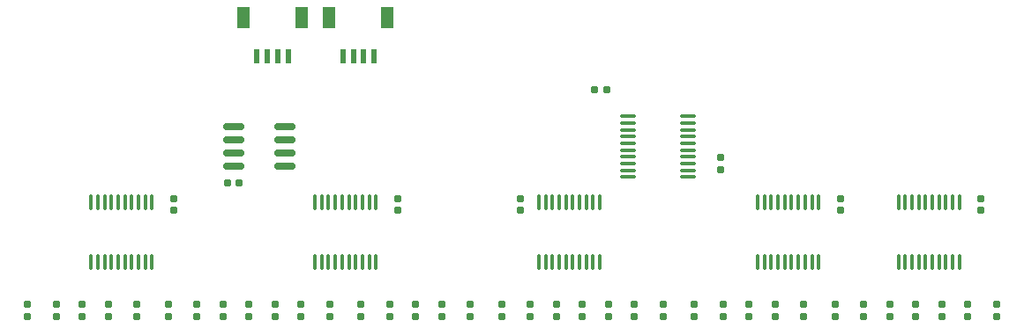
<source format=gbr>
%TF.GenerationSoftware,KiCad,Pcbnew,7.0.5-7.0.5~ubuntu20.04.1*%
%TF.CreationDate,2023-07-06T19:43:48+02:00*%
%TF.ProjectId,sao_keyboard,73616f5f-6b65-4796-926f-6172642e6b69,rev?*%
%TF.SameCoordinates,Original*%
%TF.FileFunction,Paste,Bot*%
%TF.FilePolarity,Positive*%
%FSLAX46Y46*%
G04 Gerber Fmt 4.6, Leading zero omitted, Abs format (unit mm)*
G04 Created by KiCad (PCBNEW 7.0.5-7.0.5~ubuntu20.04.1) date 2023-07-06 19:43:48*
%MOMM*%
%LPD*%
G01*
G04 APERTURE LIST*
G04 Aperture macros list*
%AMRoundRect*
0 Rectangle with rounded corners*
0 $1 Rounding radius*
0 $2 $3 $4 $5 $6 $7 $8 $9 X,Y pos of 4 corners*
0 Add a 4 corners polygon primitive as box body*
4,1,4,$2,$3,$4,$5,$6,$7,$8,$9,$2,$3,0*
0 Add four circle primitives for the rounded corners*
1,1,$1+$1,$2,$3*
1,1,$1+$1,$4,$5*
1,1,$1+$1,$6,$7*
1,1,$1+$1,$8,$9*
0 Add four rect primitives between the rounded corners*
20,1,$1+$1,$2,$3,$4,$5,0*
20,1,$1+$1,$4,$5,$6,$7,0*
20,1,$1+$1,$6,$7,$8,$9,0*
20,1,$1+$1,$8,$9,$2,$3,0*%
G04 Aperture macros list end*
%ADD10RoundRect,0.160000X0.160000X-0.197500X0.160000X0.197500X-0.160000X0.197500X-0.160000X-0.197500X0*%
%ADD11RoundRect,0.100000X0.100000X-0.637500X0.100000X0.637500X-0.100000X0.637500X-0.100000X-0.637500X0*%
%ADD12RoundRect,0.160000X0.197500X0.160000X-0.197500X0.160000X-0.197500X-0.160000X0.197500X-0.160000X0*%
%ADD13RoundRect,0.155000X-0.155000X0.212500X-0.155000X-0.212500X0.155000X-0.212500X0.155000X0.212500X0*%
%ADD14R,0.599440X1.348740*%
%ADD15R,1.198880X1.998980*%
%ADD16RoundRect,0.155000X-0.212500X-0.155000X0.212500X-0.155000X0.212500X0.155000X-0.212500X0.155000X0*%
%ADD17RoundRect,0.150000X0.825000X0.150000X-0.825000X0.150000X-0.825000X-0.150000X0.825000X-0.150000X0*%
%ADD18RoundRect,0.100000X0.637500X0.100000X-0.637500X0.100000X-0.637500X-0.100000X0.637500X-0.100000X0*%
G04 APERTURE END LIST*
D10*
%TO.C,R17*%
X136250000Y-96847500D03*
X136250000Y-95652500D03*
%TD*%
%TO.C,R27*%
X163000000Y-96847500D03*
X163000000Y-95652500D03*
%TD*%
%TO.C,R21*%
X147000000Y-96847500D03*
X147000000Y-95652500D03*
%TD*%
%TO.C,R14*%
X128500000Y-96847500D03*
X128500000Y-95652500D03*
%TD*%
D11*
%TO.C,U4*%
X169675000Y-91612500D03*
X169025000Y-91612500D03*
X168375000Y-91612500D03*
X167725000Y-91612500D03*
X167075000Y-91612500D03*
X166425000Y-91612500D03*
X165775000Y-91612500D03*
X165125000Y-91612500D03*
X164475000Y-91612500D03*
X163825000Y-91612500D03*
X163825000Y-85887500D03*
X164475000Y-85887500D03*
X165125000Y-85887500D03*
X165775000Y-85887500D03*
X166425000Y-85887500D03*
X167075000Y-85887500D03*
X167725000Y-85887500D03*
X168375000Y-85887500D03*
X169025000Y-85887500D03*
X169675000Y-85887500D03*
%TD*%
D12*
%TO.C,R37*%
X149347500Y-75000000D03*
X148152500Y-75000000D03*
%TD*%
D10*
%TO.C,R5*%
X104250000Y-96847500D03*
X104250000Y-95652500D03*
%TD*%
%TO.C,R22*%
X149500000Y-96847500D03*
X149500000Y-95652500D03*
%TD*%
%TO.C,R2*%
X96500000Y-96847500D03*
X96500000Y-95652500D03*
%TD*%
%TO.C,R34*%
X181500000Y-96847500D03*
X181500000Y-95652500D03*
%TD*%
D13*
%TO.C,C1*%
X160250000Y-81557500D03*
X160250000Y-82692500D03*
%TD*%
D10*
%TO.C,R35*%
X184000000Y-96847500D03*
X184000000Y-95652500D03*
%TD*%
%TO.C,R18*%
X139250000Y-96847500D03*
X139250000Y-95652500D03*
%TD*%
%TO.C,R24*%
X154750000Y-96847500D03*
X154750000Y-95652500D03*
%TD*%
%TO.C,R9*%
X115000000Y-96847500D03*
X115000000Y-95652500D03*
%TD*%
%TO.C,R25*%
X157750000Y-96847500D03*
X157750000Y-95652500D03*
%TD*%
D13*
%TO.C,C3*%
X129250000Y-85507500D03*
X129250000Y-86642500D03*
%TD*%
%TO.C,C4*%
X171750000Y-85482500D03*
X171750000Y-86617500D03*
%TD*%
D14*
%TO.C,J5*%
X124001400Y-71776285D03*
X125002160Y-71776285D03*
X125997840Y-71776285D03*
X126998600Y-71776285D03*
D15*
X122700920Y-68103445D03*
X128299080Y-68103445D03*
%TD*%
D10*
%TO.C,R16*%
X133500000Y-96847500D03*
X133500000Y-95652500D03*
%TD*%
D11*
%TO.C,U5*%
X183175000Y-91612500D03*
X182525000Y-91612500D03*
X181875000Y-91612500D03*
X181225000Y-91612500D03*
X180575000Y-91612500D03*
X179925000Y-91612500D03*
X179275000Y-91612500D03*
X178625000Y-91612500D03*
X177975000Y-91612500D03*
X177325000Y-91612500D03*
X177325000Y-85887500D03*
X177975000Y-85887500D03*
X178625000Y-85887500D03*
X179275000Y-85887500D03*
X179925000Y-85887500D03*
X180575000Y-85887500D03*
X181225000Y-85887500D03*
X181875000Y-85887500D03*
X182525000Y-85887500D03*
X183175000Y-85887500D03*
%TD*%
D10*
%TO.C,R29*%
X168250000Y-96847500D03*
X168250000Y-95652500D03*
%TD*%
%TO.C,R28*%
X165500000Y-96847500D03*
X165500000Y-95652500D03*
%TD*%
%TO.C,R26*%
X160500000Y-96847500D03*
X160500000Y-95652500D03*
%TD*%
D16*
%TO.C,C7*%
X112932500Y-84000000D03*
X114067500Y-84000000D03*
%TD*%
D10*
%TO.C,R10*%
X117500000Y-96847500D03*
X117500000Y-95652500D03*
%TD*%
%TO.C,R23*%
X152000000Y-96847500D03*
X152000000Y-95652500D03*
%TD*%
%TO.C,R32*%
X176500000Y-96847500D03*
X176500000Y-95652500D03*
%TD*%
%TO.C,R1*%
X93750000Y-96847500D03*
X93750000Y-95652500D03*
%TD*%
D14*
%TO.C,J4*%
X115751400Y-71776285D03*
X116752160Y-71776285D03*
X117747840Y-71776285D03*
X118748600Y-71776285D03*
D15*
X114450920Y-68103445D03*
X120049080Y-68103445D03*
%TD*%
D11*
%TO.C,U1*%
X105675000Y-91612500D03*
X105025000Y-91612500D03*
X104375000Y-91612500D03*
X103725000Y-91612500D03*
X103075000Y-91612500D03*
X102425000Y-91612500D03*
X101775000Y-91612500D03*
X101125000Y-91612500D03*
X100475000Y-91612500D03*
X99825000Y-91612500D03*
X99825000Y-85887500D03*
X100475000Y-85887500D03*
X101125000Y-85887500D03*
X101775000Y-85887500D03*
X102425000Y-85887500D03*
X103075000Y-85887500D03*
X103725000Y-85887500D03*
X104375000Y-85887500D03*
X105025000Y-85887500D03*
X105675000Y-85887500D03*
%TD*%
D10*
%TO.C,R8*%
X112500000Y-96847500D03*
X112500000Y-95652500D03*
%TD*%
%TO.C,R12*%
X122750000Y-96847500D03*
X122750000Y-95652500D03*
%TD*%
%TO.C,R30*%
X171250000Y-96847500D03*
X171250000Y-95652500D03*
%TD*%
%TO.C,R6*%
X107250000Y-96847500D03*
X107250000Y-95652500D03*
%TD*%
%TO.C,R7*%
X110000000Y-96847500D03*
X110000000Y-95652500D03*
%TD*%
%TO.C,R15*%
X131000000Y-96847500D03*
X131000000Y-95652500D03*
%TD*%
D17*
%TO.C,U7*%
X118475000Y-78595000D03*
X118475000Y-79865000D03*
X118475000Y-81135000D03*
X118475000Y-82405000D03*
X113525000Y-82405000D03*
X113525000Y-81135000D03*
X113525000Y-79865000D03*
X113525000Y-78595000D03*
%TD*%
D10*
%TO.C,R20*%
X144500000Y-96847500D03*
X144500000Y-95652500D03*
%TD*%
D13*
%TO.C,C2*%
X107750000Y-85507500D03*
X107750000Y-86642500D03*
%TD*%
D18*
%TO.C,U6*%
X157112500Y-77575000D03*
X157112500Y-78225000D03*
X157112500Y-78875000D03*
X157112500Y-79525000D03*
X157112500Y-80175000D03*
X157112500Y-80825000D03*
X157112500Y-81475000D03*
X157112500Y-82125000D03*
X157112500Y-82775000D03*
X157112500Y-83425000D03*
X151387500Y-83425000D03*
X151387500Y-82775000D03*
X151387500Y-82125000D03*
X151387500Y-81475000D03*
X151387500Y-80825000D03*
X151387500Y-80175000D03*
X151387500Y-79525000D03*
X151387500Y-78875000D03*
X151387500Y-78225000D03*
X151387500Y-77575000D03*
%TD*%
D10*
%TO.C,R13*%
X125750000Y-96847500D03*
X125750000Y-95652500D03*
%TD*%
%TO.C,R31*%
X174000000Y-96847500D03*
X174000000Y-95652500D03*
%TD*%
%TO.C,R36*%
X186750000Y-96847500D03*
X186750000Y-95652500D03*
%TD*%
%TO.C,R11*%
X120000000Y-96847500D03*
X120000000Y-95652500D03*
%TD*%
%TO.C,R33*%
X179000000Y-96847500D03*
X179000000Y-95652500D03*
%TD*%
%TO.C,R19*%
X142000000Y-96847500D03*
X142000000Y-95652500D03*
%TD*%
D11*
%TO.C,U3*%
X148675000Y-91612500D03*
X148025000Y-91612500D03*
X147375000Y-91612500D03*
X146725000Y-91612500D03*
X146075000Y-91612500D03*
X145425000Y-91612500D03*
X144775000Y-91612500D03*
X144125000Y-91612500D03*
X143475000Y-91612500D03*
X142825000Y-91612500D03*
X142825000Y-85887500D03*
X143475000Y-85887500D03*
X144125000Y-85887500D03*
X144775000Y-85887500D03*
X145425000Y-85887500D03*
X146075000Y-85887500D03*
X146725000Y-85887500D03*
X147375000Y-85887500D03*
X148025000Y-85887500D03*
X148675000Y-85887500D03*
%TD*%
D10*
%TO.C,R3*%
X99000000Y-96847500D03*
X99000000Y-95652500D03*
%TD*%
D11*
%TO.C,U2*%
X127175000Y-91612500D03*
X126525000Y-91612500D03*
X125875000Y-91612500D03*
X125225000Y-91612500D03*
X124575000Y-91612500D03*
X123925000Y-91612500D03*
X123275000Y-91612500D03*
X122625000Y-91612500D03*
X121975000Y-91612500D03*
X121325000Y-91612500D03*
X121325000Y-85887500D03*
X121975000Y-85887500D03*
X122625000Y-85887500D03*
X123275000Y-85887500D03*
X123925000Y-85887500D03*
X124575000Y-85887500D03*
X125225000Y-85887500D03*
X125875000Y-85887500D03*
X126525000Y-85887500D03*
X127175000Y-85887500D03*
%TD*%
D10*
%TO.C,R4*%
X101500000Y-96847500D03*
X101500000Y-95652500D03*
%TD*%
D13*
%TO.C,C5*%
X185250000Y-85507500D03*
X185250000Y-86642500D03*
%TD*%
%TO.C,C6*%
X141000000Y-85507500D03*
X141000000Y-86642500D03*
%TD*%
M02*

</source>
